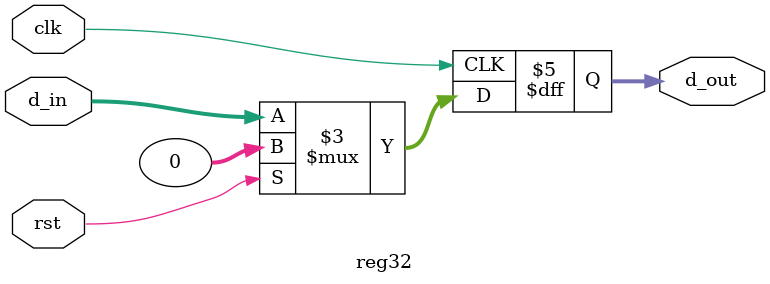
<source format=v>
module reg32(clk, rst, d_in, d_out );
    input  clk, rst;
    input  [31:0] d_in;
    output reg [31:0] d_out;

    always @(posedge clk) begin
        if (rst)
            d_out <= 32'b0;
      else 
            d_out <= d_in;
    end
endmodule
</source>
